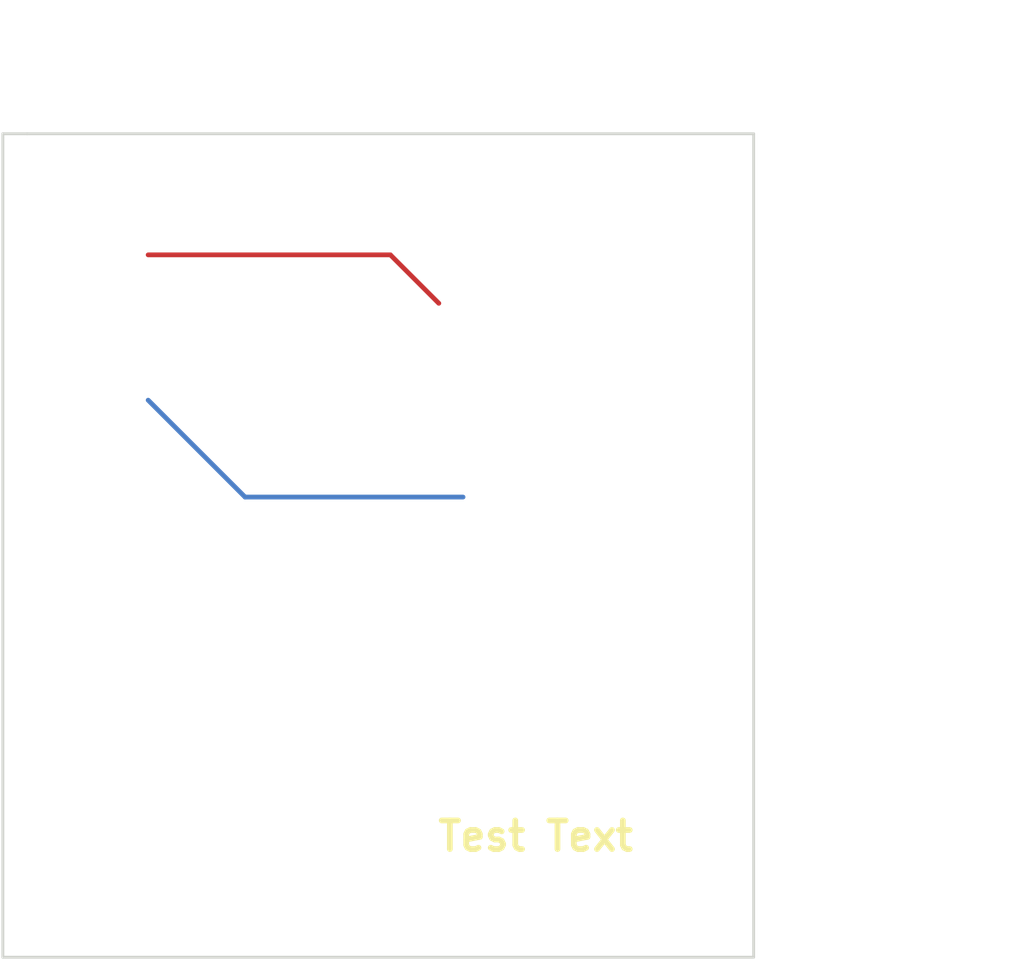
<source format=kicad_pcb>
(kicad_pcb (version 4) (host pcbnew 4.0.4+e1-6308~48~ubuntu16.04.1-stable)

  (general
    (links 0)
    (no_connects 0)
    (area 17.704999 15.080001 75.16 64.845001)
    (thickness 1.6)
    (drawings 8)
    (tracks 4)
    (zones 0)
    (modules 0)
    (nets 1)
  )

  (page A4)
  (layers
    (0 F.Cu signal)
    (31 B.Cu signal)
    (32 B.Adhes user)
    (33 F.Adhes user)
    (34 B.Paste user)
    (35 F.Paste user)
    (36 B.SilkS user)
    (37 F.SilkS user)
    (38 B.Mask user)
    (39 F.Mask user)
    (40 Dwgs.User user)
    (41 Cmts.User user)
    (42 Eco1.User user)
    (43 Eco2.User user)
    (44 Edge.Cuts user)
    (45 Margin user)
    (46 B.CrtYd user)
    (47 F.CrtYd user)
    (48 B.Fab user)
    (49 F.Fab user)
  )

  (setup
    (last_trace_width 0.25)
    (trace_clearance 0.2)
    (zone_clearance 0.508)
    (zone_45_only no)
    (trace_min 0.2)
    (segment_width 0.2)
    (edge_width 0.15)
    (via_size 0.6)
    (via_drill 0.4)
    (via_min_size 0.4)
    (via_min_drill 0.3)
    (uvia_size 0.3)
    (uvia_drill 0.1)
    (uvias_allowed no)
    (uvia_min_size 0.2)
    (uvia_min_drill 0.1)
    (pcb_text_width 0.3)
    (pcb_text_size 1.5 1.5)
    (mod_edge_width 0.15)
    (mod_text_size 1 1)
    (mod_text_width 0.15)
    (pad_size 1.524 1.524)
    (pad_drill 0.762)
    (pad_to_mask_clearance 0.2)
    (aux_axis_origin 0 0)
    (visible_elements FFFFFF7F)
    (pcbplotparams
      (layerselection 0x00030_80000001)
      (usegerberextensions false)
      (excludeedgelayer true)
      (linewidth 0.100000)
      (plotframeref false)
      (viasonmask false)
      (mode 1)
      (useauxorigin false)
      (hpglpennumber 1)
      (hpglpenspeed 20)
      (hpglpendiameter 15)
      (hpglpenoverlay 2)
      (psnegative false)
      (psa4output false)
      (plotreference true)
      (plotvalue true)
      (plotinvisibletext false)
      (padsonsilk false)
      (subtractmaskfromsilk false)
      (outputformat 1)
      (mirror false)
      (drillshape 1)
      (scaleselection 1)
      (outputdirectory ""))
  )

  (net 0 "")

  (net_class Default "This is the default net class."
    (clearance 0.2)
    (trace_width 0.25)
    (via_dia 0.6)
    (via_drill 0.4)
    (uvia_dia 0.3)
    (uvia_drill 0.1)
  )

  (dimension 43.18 (width 0.3) (layer F.Fab)
    (gr_text "43.180 mm" (at 68.66 43.18 270) (layer F.Fab)
      (effects (font (size 1.5 1.5) (thickness 0.3)))
    )
    (feature1 (pts (xy 57.15 64.77) (xy 70.01 64.77)))
    (feature2 (pts (xy 57.15 21.59) (xy 70.01 21.59)))
    (crossbar (pts (xy 67.31 21.59) (xy 67.31 64.77)))
    (arrow1a (pts (xy 67.31 64.77) (xy 66.723579 63.643496)))
    (arrow1b (pts (xy 67.31 64.77) (xy 67.896421 63.643496)))
    (arrow2a (pts (xy 67.31 21.59) (xy 66.723579 22.716504)))
    (arrow2b (pts (xy 67.31 21.59) (xy 67.896421 22.716504)))
  )
  (dimension 39.37 (width 0.3) (layer F.Fab)
    (gr_text "39.370 mm" (at 37.465 16.430001) (layer F.Fab)
      (effects (font (size 1.5 1.5) (thickness 0.3)))
    )
    (feature1 (pts (xy 17.78 21.59) (xy 17.78 15.080001)))
    (feature2 (pts (xy 57.15 21.59) (xy 57.15 15.080001)))
    (crossbar (pts (xy 57.15 17.780001) (xy 17.78 17.780001)))
    (arrow1a (pts (xy 17.78 17.780001) (xy 18.906504 17.19358)))
    (arrow1b (pts (xy 17.78 17.780001) (xy 18.906504 18.366422)))
    (arrow2a (pts (xy 57.15 17.780001) (xy 56.023496 17.19358)))
    (arrow2b (pts (xy 57.15 17.780001) (xy 56.023496 18.366422)))
  )
  (gr_text "Test Text" (at 45.72 58.42) (layer F.SilkS)
    (effects (font (size 1.5 1.5) (thickness 0.3)))
  )
  (gr_line (start 17.78 21.59) (end 19.05 21.59) (angle 90) (layer Edge.Cuts) (width 0.15))
  (gr_line (start 17.78 64.77) (end 17.78 21.59) (angle 90) (layer Edge.Cuts) (width 0.15))
  (gr_line (start 57.15 64.77) (end 17.78 64.77) (angle 90) (layer Edge.Cuts) (width 0.15))
  (gr_line (start 57.15 21.59) (end 57.15 64.77) (angle 90) (layer Edge.Cuts) (width 0.15))
  (gr_line (start 19.05 21.59) (end 57.15 21.59) (angle 90) (layer Edge.Cuts) (width 0.15))

  (segment (start 41.91 40.64) (end 30.48 40.64) (width 0.25) (layer B.Cu) (net 0))
  (segment (start 30.48 40.64) (end 25.4 35.56) (width 0.25) (layer B.Cu) (net 0) (tstamp 57DA9AB0))
  (segment (start 25.4 27.94) (end 38.1 27.94) (width 0.25) (layer F.Cu) (net 0))
  (segment (start 38.1 27.94) (end 40.64 30.48) (width 0.25) (layer F.Cu) (net 0) (tstamp 57DA9AAC))

)

</source>
